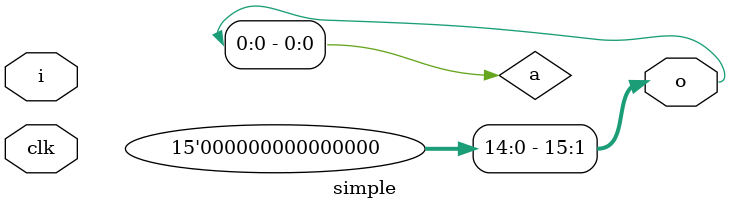
<source format=v>

module simple(input clk, input [15:0] i, output [15:0] o);
  assign o = a;
endmodule

// CHECK: module out(clk, i, o);
</source>
